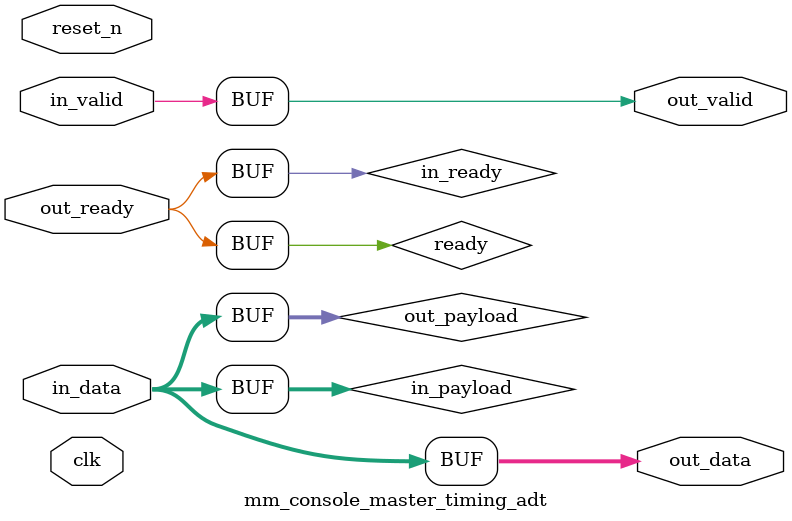
<source format=v>

`timescale 1ns / 100ps
module mm_console_master_timing_adt (
    
      // Interface: clk
      input              clk,
      // Interface: reset
      input              reset_n,
      // Interface: in
      input              in_valid,
      input      [ 7: 0] in_data,
      // Interface: out
      output reg         out_valid,
      output reg [ 7: 0] out_data,
      input              out_ready
);




   // ---------------------------------------------------------------------
   //| Signal Declarations
   // ---------------------------------------------------------------------

   reg  [ 7: 0] in_payload;
   reg  [ 7: 0] out_payload;
   reg  [ 0: 0] ready;
   reg          in_ready;
   // synthesis translate_off
   always @(negedge in_ready) begin
      $display("%m: The downstream component is backpressuring by deasserting ready, but the upstream component can't be backpressured.");
   end
   // synthesis translate_on   


   // ---------------------------------------------------------------------
   //| Payload Mapping
   // ---------------------------------------------------------------------
   always @* begin
     in_payload = {in_data};
     {out_data} = out_payload;
   end

   // ---------------------------------------------------------------------
   //| Ready & valid signals.
   // ---------------------------------------------------------------------
   always @* begin
     ready[0] = out_ready;
     out_valid = in_valid;
     out_payload = in_payload;
     in_ready = ready[0];
   end




endmodule


</source>
